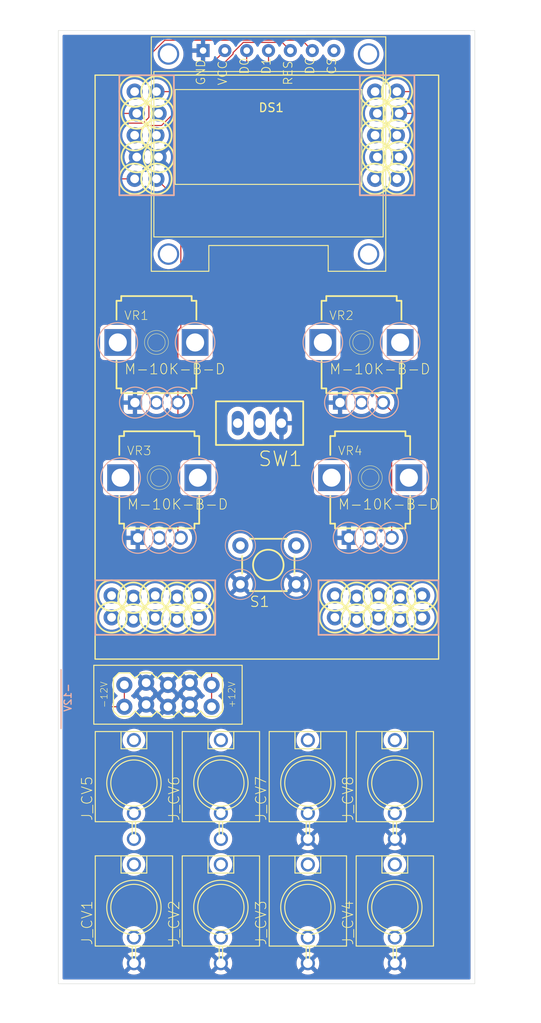
<source format=kicad_pcb>
(kicad_pcb (version 20241229) (generator "pcbnew") (generator_version "9.0")
  (title_block (title "2CQ") (date "2025-01-24") (rev "v01") (comment 1 "https://opensource.org/license/mit") (comment 2 "MIT License") (comment 3 "Author: Michael Jones"))
  (layers (0 "F.Cu" signal "Front") (2 "B.Cu" signal "Back") (13 "F.Paste" user) (15 "B.Paste" user) (5 "F.SilkS" user "F.Silkscreen") (7 "B.SilkS" user "B.Silkscreen") (1 "F.Mask" user) (3 "B.Mask" user) (25 "Edge.Cuts" user))
  (net 0 "")
  (net 1 "/SIG_UART_RX")
  (net 2 "GND")
  (net 3 "/SIG_UART_TX")
  (net 4 "/SIG_SPI_SCK")
  (net 5 "+3V3")
  (net 6 "/SIG_SPI_MOSI")
  (net 8 "+12V")
  (net 9 "-12V")
  (net 11 "/SIG_CV1")
  (net 12 "/SIG_CV2")
  (net 15 "/SIG_CVOUT_1")
  (net 17 "/SIG_CVOUT_2")
  (net 18 "/SIG_GATE_IN_1")
  (net 20 "/SIG_SPI_NSS")
  (net 22 "/SIG_GATE_IN_2")
  (net 23 "/SD_D3")
  (net 25 "/SIG_GATE_OUT_1")
  (net 26 "/SIG_GATE_OUT_2")
  (net 28 "/SIG_SW_1")
  (net 29 "/SIG_SW_2")
  (net 32 "/SIG_KNOB3")
  (net 34 "+5V")
  (net 36 "/SD_D1")
  (net 37 "/SD_CMD")
  (net 38 "/SIG_SPI_MISO")
  (net 40 "/SIG_CV4")
  (net 41 "/SIG_CV3")
  (net 42 "/SIG_KNOB1")
  (net 43 "/SIG_KNOB2")
  (net 44 "/SIG_KNOB4")
  (net 46 "/SD_D2")
  (net 47 "/SD_CK")
  (net 49 "/SD_D0")
  (footprint "ES_Daisy_Patch_SM_FB_Rev1:TOGGLE_ON-ON" (layer "F.Cu") (at 97.028 90.17 180)
    (property "Reference" "SW1" (at -5.08 -3.175 0) (layer "F.SilkS") (effects (font (size 1.6891 1.6891) (thickness 0.135128)) (justify right top)))
    (property "Value" "TOGGLE_ON-ON")
    (pad "1" thru_hole oval (at -2.54 0 270) (size 2.8448 1.4224) (drill 1.1) (layers "*.Cu" "*.Mask") (net 2 "GND"))
    (pad "2" thru_hole oval (at 0 0 270) (size 2.8448 1.4224) (drill 1.1) (layers "*.Cu" "*.Mask") (net 29 "/SIG_SW_2"))
    (pad "3" thru_hole oval (at 2.54 0 270) (size 2.8448 1.4224) (drill 1.1) (layers "*.Cu" "*.Mask"))
  )
  (footprint "ES_Daisy_Patch_SM_FB_Rev1:9MM_SNAP-IN_POT_SILK" (layer "F.Cu") (at 85.344 96.52)
    (property "Reference" "VR3" (at -3.81 -2.54 0) (layer "F.SilkS") (effects (font (size 1.01346 1.01346) (thickness 0.081076)) (justify left bottom)))
    (property "Value" "M-10K-B-D" (at -3.81 3.81 0) (layer "F.SilkS") (effects (font (size 1.2065 1.2065) (thickness 0.09652)) (justify left bottom)))
    (pad "1" thru_hole rect (at -2.5 7 270) (size 1.65 1.65) (drill 1.1) (layers "*.Cu" "*.Mask") (net 2 "GND"))
    (pad "2" thru_hole circle (at 0 7 270) (size 1.65 1.65) (drill 1.1) (layers "*.Cu" "*.Mask") (net 32 "/SIG_KNOB3"))
    (pad "3" thru_hole circle (at 2.5 7 270) (size 1.65 1.65) (drill 1.1) (layers "*.Cu" "*.Mask") (net 34 "+5V"))
    (pad "CHASSIS1" thru_hole rect (at -4.5 0 270) (size 3.116 3.116) (drill 2.1) (layers "*.Cu" "*.Mask"))
    (pad "CHASSIS2" thru_hole rect (at 4.5 0 270) (size 3.116 3.116) (drill 2.1) (layers "*.Cu" "*.Mask"))
  )
  (footprint "ES_Daisy_Patch_SM_FB_Rev1:TL1105SPF250Q_SILK" (layer "F.Cu") (at 98.044 106.68)
    (property "Reference" "S1" (at -2.24 4.99 180) (layer "F.SilkS") (effects (font (size 1.2065 1.2065) (thickness 0.12065)) (justify left bottom)))
    (property "Value" "TAC_SWITCH_PTH" (hide yes))
    (pad "1" thru_hole circle (at -3.2512 -2.2606) (size 1.8796 1.8796) (drill 1.016) (layers "*.Cu" "*.Mask") (net 28 "/SIG_SW_1"))
    (pad "2" thru_hole circle (at 3.2512 -2.2606) (size 1.8796 1.8796) (drill 1.016) (layers "*.Cu" "*.Mask") (net 28 "/SIG_SW_1"))
    (pad "3" thru_hole circle (at -3.2512 2.2606) (size 1.8796 1.8796) (drill 1.016) (layers "*.Cu" "*.Mask") (net 2 "GND"))
    (pad "4" thru_hole circle (at 3.2512 2.2606) (size 1.8796 1.8796) (drill 1.016) (layers "*.Cu" "*.Mask") (net 2 "GND"))
  )
  (footprint "ES_Daisy_Patch_SM_FB_Rev1:ES_DAISY_PATCH_SM_REV1" (layer "F.Cu") (at 97.875 83.642 -90)
    (property "Reference" "U1" (hide yes))
    (property "Value" "ES_DAISY_PATCH_SM_REV1" (hide yes))
    (pad "A1" thru_hole circle (at -32.08 15.397 180) (size 1.8796 1.8796) (drill 1.016) (layers "*.Cu" "*.Mask") (net 9 "-12V"))
    (pad "A2" thru_hole circle (at -29.54 15.143 180) (size 1.8796 1.8796) (drill 1.016) (layers "*.Cu" "*.Mask") (net 1 "/SIG_UART_RX"))
    (pad "A3" thru_hole circle (at -27 15.397 180) (size 1.8796 1.8796) (drill 1.016) (layers "*.Cu" "*.Mask") (net 3 "/SIG_UART_TX"))
    (pad "A4" thru_hole circle (at -24.46 15.143 180) (size 1.8796 1.8796) (drill 1.016) (layers "*.Cu" "*.Mask") (net 2 "GND"))
    (pad "A5" thru_hole circle (at -21.92 15.397 180) (size 1.8796 1.8796) (drill 1.016) (layers "*.Cu" "*.Mask") (net 8 "+12V"))
    (pad "A6" thru_hole circle (at -21.92 12.857 180) (size 1.8796 1.8796) (drill 1.016) (layers "*.Cu" "*.Mask") (net 34 "+5V"))
    (pad "A7" thru_hole circle (at -24.46 12.603 180) (size 1.8796 1.8796) (drill 1.016) (layers "*.Cu" "*.Mask") (net 2 "GND"))
    (pad "A8" thru_hole circle (at -27 12.857 180) (size 1.8796 1.8796) (drill 1.016) (layers "*.Cu" "*.Mask"))
    (pad "A9" thru_hole circle (at -29.54 12.603 180) (size 1.8796 1.8796) (drill 1.016) (layers "*.Cu" "*.Mask"))
    (pad "A10" thru_hole circle (at -32.08 12.857 180) (size 1.8796 1.8796) (drill 1.016) (layers "*.Cu" "*.Mask") (net 5 "+3V3"))
    (pad "B1" thru_hole circle (at 29.143 18.08 90) (size 1.8796 1.8796) (drill 1.016) (layers "*.Cu" "*.Mask"))
    (pad "B2" thru_hole circle (at 29.397 15.54 90) (size 1.8796 1.8796) (drill 1.016) (layers "*.Cu" "*.Mask"))
    (pad "B3" thru_hole circle (at 29.143 13 90) (size 1.8796 1.8796) (drill 1.016) (layers "*.Cu" "*.Mask"))
    (pad "B4" thru_hole circle (at 29.397 10.46 90) (size 1.8796 1.8796) (drill 1.016) (layers "*.Cu" "*.Mask"))
    (pad "B5" thru_hole circle (at 29.143 7.92 90) (size 1.8796 1.8796) (drill 1.016) (layers "*.Cu" "*.Mask") (net 25 "/SIG_GATE_OUT_1"))
    (pad "B6" thru_hole circle (at 26.603 7.92 90) (size 1.8796 1.8796) (drill 1.016) (layers "*.Cu" "*.Mask") (net 26 "/SIG_GATE_OUT_2"))
    (pad "B7" thru_hole circle (at 26.857 10.46 90) (size 1.8796 1.8796) (drill 1.016) (layers "*.Cu" "*.Mask") (net 28 "/SIG_SW_1"))
    (pad "B8" thru_hole circle (at 26.603 13 90) (size 1.8796 1.8796) (drill 1.016) (layers "*.Cu" "*.Mask") (net 29 "/SIG_SW_2"))
    (pad "B9" thru_hole circle (at 26.857 15.54 90) (size 1.8796 1.8796) (drill 1.016) (layers "*.Cu" "*.Mask") (net 22 "/SIG_GATE_IN_2"))
    (pad "B10" thru_hole circle (at 26.603 18.08 90) (size 1.8796 1.8796) (drill 1.016) (layers "*.Cu" "*.Mask") (net 18 "/SIG_GATE_IN_1"))
    (pad "C1" thru_hole circle (at 29.143 -7.92 90) (size 1.8796 1.8796) (drill 1.016) (layers "*.Cu" "*.Mask") (net 17 "/SIG_CVOUT_2"))
    (pad "C2" thru_hole circle (at 29.397 -10.46 90) (size 1.8796 1.8796) (drill 1.016) (layers "*.Cu" "*.Mask") (net 44 "/SIG_KNOB4"))
    (pad "C3" thru_hole circle (at 29.143 -13 90) (size 1.8796 1.8796) (drill 1.016) (layers "*.Cu" "*.Mask") (net 32 "/SIG_KNOB3"))
    (pad "C4" thru_hole circle (at 29.397 -15.54 90) (size 1.8796 1.8796) (drill 1.016) (layers "*.Cu" "*.Mask") (net 43 "/SIG_KNOB2"))
    (pad "C5" thru_hole circle (at 29.143 -18.08 90) (size 1.8796 1.8796) (drill 1.016) (layers "*.Cu" "*.Mask") (net 42 "/SIG_KNOB1"))
    (pad "C6" thru_hole circle (at 26.603 -18.08 90) (size 1.8796 1.8796) (drill 1.016) (layers "*.Cu" "*.Mask") (net 11 "/SIG_CV1"))
    (pad "C7" thru_hole circle (at 26.857 -15.54 90) (size 1.8796 1.8796) (drill 1.016) (layers "*.Cu" "*.Mask") (net 12 "/SIG_CV2"))
    (pad "C8" thru_hole circle (at 26.603 -13 90) (size 1.8796 1.8796) (drill 1.016) (layers "*.Cu" "*.Mask") (net 41 "/SIG_CV3"))
    (pad "C9" thru_hole circle (at 26.857 -10.46 90) (size 1.8796 1.8796) (drill 1.016) (layers "*.Cu" "*.Mask") (net 40 "/SIG_CV4"))
    (pad "C10" thru_hole circle (at 26.603 -7.92 90) (size 1.8796 1.8796) (drill 1.016) (layers "*.Cu" "*.Mask") (net 15 "/SIG_CVOUT_1"))
    (pad "D1" thru_hole circle (at -32.08 -12.603 180) (size 1.8796 1.8796) (drill 1.016) (layers "*.Cu" "*.Mask") (net 20 "/SIG_SPI_NSS"))
    (pad "D2" thru_hole circle (at -29.54 -12.857 180) (size 1.8796 1.8796) (drill 1.016) (layers "*.Cu" "*.Mask") (net 23 "/SD_D3"))
    (pad "D3" thru_hole circle (at -27 -12.603 180) (size 1.8796 1.8796) (drill 1.016) (layers "*.Cu" "*.Mask") (net 46 "/SD_D2"))
    (pad "D4" thru_hole circle (at -24.46 -12.857 180) (size 1.8796 1.8796) (drill 1.016) (layers "*.Cu" "*.Mask") (net 36 "/SD_D1"))
    (pad "D5" thru_hole circle (at -21.92 -12.603 180) (size 1.8796 1.8796) (drill 1.016) (layers "*.Cu" "*.Mask") (net 49 "/SD_D0"))
    (pad "D6" thru_hole circle (at -21.92 -15.143 180) (size 1.8796 1.8796) (drill 1.016) (layers "*.Cu" "*.Mask") (net 47 "/SD_CK"))
    (pad "D7" thru_hole circle (at -24.46 -15.397 180) (size 1.8796 1.8796) (drill 1.016) (layers "*.Cu" "*.Mask") (net 37 "/SD_CMD"))
    (pad "D8" thru_hole circle (at -27 -15.143 180) (size 1.8796 1.8796) (drill 1.016) (layers "*.Cu" "*.Mask") (net 38 "/SIG_SPI_MISO"))
    (pad "D9" thru_hole circle (at -29.54 -15.397 180) (size 1.8796 1.8796) (drill 1.016) (layers "*.Cu" "*.Mask") (net 6 "/SIG_SPI_MOSI"))
    (pad "D10" thru_hole circle (at -32.08 -15.143 180) (size 1.8796 1.8796) (drill 1.016) (layers "*.Cu" "*.Mask") (net 4 "/SIG_SPI_SCK"))
  )
  (footprint "ES_Daisy_Patch_SM_FB_Rev1:9MM_SNAP-IN_POT_SILK" (layer "F.Cu") (at 85.018 80.772)
    (property "Reference" "VR1" (at -3.81 -2.54 0) (layer "F.SilkS") (effects (font (size 1.01346 1.01346) (thickness 0.081076)) (justify left bottom)))
    (property "Value" "M-10K-B-D" (at -3.81 3.81 0) (layer "F.SilkS") (effects (font (size 1.2065 1.2065) (thickness 0.09652)) (justify left bottom)))
    (pad "1" thru_hole rect (at -2.5 7 270) (size 1.65 1.65) (drill 1.1) (layers "*.Cu" "*.Mask") (net 2 "GND"))
    (pad "2" thru_hole circle (at 0 7 270) (size 1.65 1.65) (drill 1.1) (layers "*.Cu" "*.Mask") (net 42 "/SIG_KNOB1"))
    (pad "3" thru_hole circle (at 2.5 7 270) (size 1.65 1.65) (drill 1.1) (layers "*.Cu" "*.Mask") (net 34 "+5V"))
    (pad "CHASSIS1" thru_hole rect (at -4.5 0 270) (size 3.116 3.116) (drill 2.1) (layers "*.Cu" "*.Mask"))
    (pad "CHASSIS2" thru_hole rect (at 4.5 0 270) (size 3.116 3.116) (drill 2.1) (layers "*.Cu" "*.Mask"))
  )
  (footprint "ES_Daisy_Patch_SM_FB_Rev1:S_JACK" (layer "F.Cu") (at 92.522 132.08)
    (property "Reference" "J_CV6" (at -4.7498 4.4704 90) (layer "F.SilkS") (effects (font (size 1.2065 1.2065) (thickness 0.09652)) (justify left bottom)))
    (property "Value" "EURO_JACK" (hide yes))
    (pad "GND" thru_hole circle (at 0 6.5) (size 1.65 1.65) (drill 1.1) (layers "*.Cu" "*.Mask") (net 23 "/SD_D3"))
    (pad "NORM" thru_hole circle (at 0 3.5) (size 1.65 1.65) (drill 1.1) (layers "*.Cu" "*.Mask"))
    (pad "TIP" thru_hole circle (at 0 -5) (size 1.65 1.65) (drill 1.1) (layers "*.Cu" "*.Mask") (net 22 "/SIG_GATE_IN_2"))
  )
  (footprint "ES_Daisy_Patch_SM_FB_Rev1:S_JACK" (layer "F.Cu") (at 102.649 146.558)
    (property "Reference" "J_CV3" (at -4.7498 4.4704 90) (layer "F.SilkS") (effects (font (size 1.2065 1.2065) (thickness 0.09652)) (justify left bottom)))
    (property "Value" "EURO_JACK" (hide yes))
    (pad "GND" thru_hole circle (at 0 6.5) (size 1.65 1.65) (drill 1.1) (layers "*.Cu" "*.Mask") (net 2 "GND"))
    (pad "NORM" thru_hole circle (at 0 3.5) (size 1.65 1.65) (drill 1.1) (layers "*.Cu" "*.Mask"))
    (pad "TIP" thru_hole circle (at 0 -5) (size 1.65 1.65) (drill 1.1) (layers "*.Cu" "*.Mask") (net 15 "/SIG_CVOUT_1"))
  )
  (footprint "ES_Daisy_Patch_SM_FB_Rev1:S_JACK" (layer "F.Cu") (at 102.649 132.08)
    (property "Reference" "J_CV7" (at -4.7498 4.4704 90) (layer "F.SilkS") (effects (font (size 1.2065 1.2065) (thickness 0.09652)) (justify left bottom)))
    (property "Value" "EURO_JACK" (hide yes))
    (pad "GND" thru_hole circle (at 0 6.5) (size 1.65 1.65) (drill 1.1) (layers "*.Cu" "*.Mask") (net 2 "GND"))
    (pad "NORM" thru_hole circle (at 0 3.5) (size 1.65 1.65) (drill 1.1) (layers "*.Cu" "*.Mask"))
    (pad "TIP" thru_hole circle (at 0 -5) (size 1.65 1.65) (drill 1.1) (layers "*.Cu" "*.Mask") (net 25 "/SIG_GATE_OUT_1"))
  )
  (footprint "ES_Daisy_Patch_SM_FB_Rev1:S_JACK" (layer "F.Cu") (at 82.395 132.08)
    (property "Reference" "J_CV5" (at -4.7498 4.4704 90) (layer "F.SilkS") (effects (font (size 1.2065 1.2065) (thickness 0.09652)) (justify left bottom)))
    (property "Value" "EURO_JACK" (hide yes))
    (pad "GND" thru_hole circle (at 0 6.5) (size 1.65 1.65) (drill 1.1) (layers "*.Cu" "*.Mask") (net 20 "/SIG_SPI_NSS"))
    (pad "NORM" thru_hole circle (at 0 3.5) (size 1.65 1.65) (drill 1.1) (layers "*.Cu" "*.Mask"))
    (pad "TIP" thru_hole circle (at 0 -5) (size 1.65 1.65) (drill 1.1) (layers "*.Cu" "*.Mask") (net 18 "/SIG_GATE_IN_1"))
  )
  (footprint "ES_Daisy_Patch_SM_FB_Rev1:9MM_SNAP-IN_POT_SILK" (layer "F.Cu") (at 109.91 96.52)
    (property "Reference" "VR4" (at -3.81 -2.54 0) (layer "F.SilkS") (effects (font (size 1.01346 1.01346) (thickness 0.081076)) (justify left bottom)))
    (property "Value" "M-10K-B-D" (at -3.81 3.81 0) (layer "F.SilkS") (effects (font (size 1.2065 1.2065) (thickness 0.09652)) (justify left bottom)))
    (pad "1" thru_hole rect (at -2.5 7 270) (size 1.65 1.65) (drill 1.1) (layers "*.Cu" "*.Mask") (net 2 "GND"))
    (pad "2" thru_hole circle (at 0 7 270) (size 1.65 1.65) (drill 1.1) (layers "*.Cu" "*.Mask") (net 44 "/SIG_KNOB4"))
    (pad "3" thru_hole circle (at 2.5 7 270) (size 1.65 1.65) (drill 1.1) (layers "*.Cu" "*.Mask") (net 34 "+5V"))
    (pad "CHASSIS1" thru_hole rect (at -4.5 0 270) (size 3.116 3.116) (drill 2.1) (layers "*.Cu" "*.Mask"))
    (pad "CHASSIS2" thru_hole rect (at 4.5 0 270) (size 3.116 3.116) (drill 2.1) (layers "*.Cu" "*.Mask"))
  )
  (footprint "ES_Daisy_Patch_SM_FB_Rev1:S_JACK" (layer "F.Cu") (at 82.395 146.558)
    (property "Reference" "J_CV1" (at -4.7498 4.4704 90) (layer "F.SilkS") (effects (font (size 1.2065 1.2065) (thickness 0.09652)) (justify left bottom)))
    (property "Value" "EURO_JACK" (hide yes))
    (pad "GND" thru_hole circle (at 0 6.5) (size 1.65 1.65) (drill 1.1) (layers "*.Cu" "*.Mask") (net 2 "GND"))
    (pad "NORM" thru_hole circle (at 0 3.5) (size 1.65 1.65) (drill 1.1) (layers "*.Cu" "*.Mask"))
    (pad "TIP" thru_hole circle (at 0 -5) (size 1.65 1.65) (drill 1.1) (layers "*.Cu" "*.Mask") (net 11 "/SIG_CV1"))
  )
  (footprint "ES_Daisy_Patch_SM_FB_Rev1:S_JACK" (layer "F.Cu") (at 112.776 146.558)
    (property "Reference" "J_CV4" (at -4.7498 4.4704 90) (layer "F.SilkS") (effects (font (size 1.2065 1.2065) (thickness 0.09652)) (justify left bottom)))
    (property "Value" "EURO_JACK" (hide yes))
    (pad "GND" thru_hole circle (at 0 6.5) (size 1.65 1.65) (drill 1.1) (layers "*.Cu" "*.Mask") (net 2 "GND"))
    (pad "NORM" thru_hole circle (at 0 3.5) (size 1.65 1.65) (drill 1.1) (layers "*.Cu" "*.Mask"))
    (pad "TIP" thru_hole circle (at 0 -5) (size 1.65 1.65) (drill 1.1) (layers "*.Cu" "*.Mask") (net 17 "/SIG_CVOUT_2"))
  )
  (footprint "ES_Daisy_Patch_SM_FB_Rev1:EURORACK_POWER_SHROUD_LOCK" (layer "F.Cu") (at 86.36 121.793 180)
    (property "Reference" "EP1" (hide yes))
    (property "Value" "EURORACK_POWERHEADER" (hide yes))
    (fp_text user "-12V" (at 6.985 0 90) (layer "F.SilkS") (effects (font (size 0.77216 0.77216) (thickness 0.065024)) (justify bottom)))
    (fp_text user "+12V" (at -6.985 0 90) (layer "F.SilkS") (effects (font (size 0.77216 0.77216) (thickness 0.065024)) (justify top)))
    (pad "+12V0" thru_hole circle (at -5.08 -1.397 180) (size 1.8796 1.8796) (drill 1.016) (layers "*.Cu" "*.Mask") (net 8 "+12V"))
    (pad "+12V1" thru_hole circle (at -5.08 1.143 180) (size 1.8796 1.8796) (drill 1.016) (layers "*.Cu" "*.Mask") (net 8 "+12V"))
    (pad "-12V0" thru_hole circle (at 5.08 -1.397 180) (size 1.8796 1.8796) (drill 1.016) (layers "*.Cu" "*.Mask") (net 9 "-12V"))
    (pad "-12V1" thru_hole circle (at 5.08 1.143 180) (size 1.8796 1.8796) (drill 1.016) (layers "*.Cu" "*.Mask") (net 9 "-12V"))
    (pad "GND0" thru_hole circle (at -2.54 -1.143 180) (size 1.8796 1.8796) (drill 1.016) (layers "*.Cu" "*.Mask") (net 2 "GND"))
    (pad "GND1" thru_hole circle (at 0 -1.397 180) (size 1.8796 1.8796) (drill 1.016) (layers "*.Cu" "*.Mask") (net 2 "GND"))
    (pad "GND2" thru_hole circle (at 2.54 -1.143 180) (size 1.8796 1.8796) (drill 1.016) (layers "*.Cu" "*.Mask") (net 2 "GND"))
    (pad "GND3" thru_hole circle (at -2.54 1.397 180) (size 1.8796 1.8796) (drill 1.016) (layers "*.Cu" "*.Mask") (net 2 "GND"))
    (pad "GND4" thru_hole circle (at 0 1.143 180) (size 1.8796 1.8796) (drill 1.016) (layers "*.Cu" "*.Mask") (net 2 "GND"))
    (pad "GND5" thru_hole circle (at 2.54 1.397 180) (size 1.8796 1.8796) (drill 1.016) (layers "*.Cu" "*.Mask") (net 2 "GND"))
  )
  (footprint "2CQ:128x64_0.96_Disp_Module" (layer "F.Cu") (at 84.417 72.483)
    (property "Reference" "DS1" (at 13.97 -19.05 0) (layer "F.SilkS"))
    (property "Value" "SSD1306_96_128_64_7P")
    (fp_text user "DC" (at 19.05 -22.86 90) (layer "F.SilkS") (effects (font (thickness 0.1)) (justify left bottom)))
    (fp_text user "D1" (at 13.97 -22.86 90) (layer "F.SilkS") (effects (font (thickness 0.1)) (justify left bottom)))
    (fp_text user "GND" (at 6.35 -21.59 90) (layer "F.SilkS") (effects (font (thickness 0.1)) (justify left bottom)))
    (fp_text user "VCC" (at 8.89 -21.59 90) (layer "F.SilkS") (effects (font (thickness 0.1)) (justify left bottom)))
    (fp_text user "D0" (at 11.43 -22.86 90) (layer "F.SilkS") (effects (font (thickness 0.1)) (justify left bottom)))
    (fp_text user "RES" (at 16.51 -21.59 90) (layer "F.SilkS") (effects (font (thickness 0.1)) (justify left bottom)))
    (fp_text user "CS" (at 21.59 -22.86 90) (layer "F.SilkS") (effects (font (thickness 0.1)) (justify left bottom)))
    (pad "" np_thru_hole circle (at 2 -25.3) (size 2.5 2.5) (drill 2) (layers "*.Cu" "*.Mask"))
    (pad "" np_thru_hole circle (at 2 -2) (size 2.5 2.5) (drill 2) (layers "*.Cu" "*.Mask"))
    (pad "" np_thru_hole circle (at 25.3 -25.3) (size 2.5 2.5) (drill 2) (layers "*.Cu" "*.Mask"))
    (pad "" np_thru_hole circle (at 25.3 -2) (size 2.5 2.5) (drill 2) (layers "*.Cu" "*.Mask"))
    (pad "1" thru_hole rect (at 6.03 -25.7) (size 1.524 1.524) (drill 0.762) (layers "*.Cu" "*.Mask") (net 2 "GND"))
    (pad "2" thru_hole circle (at 8.57 -25.7) (size 1.524 1.524) (drill 0.762) (layers "*.Cu" "*.Mask") (net 5 "+3V3"))
    (pad "3" thru_hole circle (at 11.11 -25.7) (size 1.524 1.524) (drill 0.762) (layers "*.Cu" "*.Mask") (net 4 "/SIG_SPI_SCK"))
    (pad "4" thru_hole circle (at 13.65 -25.7) (size 1.524 1.524) (drill 0.762) (layers "*.Cu" "*.Mask") (net 6 "/SIG_SPI_MOSI"))
    (pad "5" thru_hole circle (at 16.19 -25.7) (size 1.524 1.524) (drill 0.762) (layers "*.Cu" "*.Mask") (net 3 "/SIG_UART_TX"))
    (pad "6" thru_hole circle (at 18.75 -25.7) (size 1.524 1.524) (drill 0.762) (layers "*.Cu" "*.Mask") (net 1 "/SIG_UART_RX"))
    (pad "7" thru_hole circle (at 21.27 -25.7) (size 1.524 1.524) (drill 0.762) (layers "*.Cu" "*.Mask"))
  )
  (footprint "ES_Daisy_Patch_SM_FB_Rev1:S_JACK" (layer "F.Cu") (at 92.522 146.558)
    (property "Reference" "J_CV2" (at -4.7498 4.4704 90) (layer "F.SilkS") (effects (font (size 1.2065 1.2065) (thickness 0.09652)) (justify left bottom)))
    (property "Value" "EURO_JACK" (hide yes))
    (pad "GND" thru_hole circle (at 0 6.5) (size 1.65 1.65) (drill 1.1) (layers "*.Cu" "*.Mask") (net 2 "GND"))
    (pad "NORM" thru_hole circle (at 0 3.5) (size 1.65 1.65) (drill 1.1) (layers "*.Cu" "*.Mask"))
    (pad "TIP" thru_hole circle (at 0 -5) (size 1.65 1.65) (drill 1.1) (layers "*.Cu" "*.Mask") (net 12 "/SIG_CV2"))
  )
  (footprint "ES_Daisy_Patch_SM_FB_Rev1:S_JACK" (layer "F.Cu") (at 112.776 132.08)
    (property "Reference" "J_CV8" (at -4.7498 4.4704 90) (layer "F.SilkS") (effects (font (size 1.2065 1.2065) (thickness 0.09652)) (justify left bottom)))
    (property "Value" "EURO_JACK" (hide yes))
    (pad "GND" thru_hole circle (at 0 6.5) (size 1.65 1.65) (drill 1.1) (layers "*.Cu" "*.Mask") (net 2 "GND"))
    (pad "NORM" thru_hole circle (at 0 3.5) (size 1.65 1.65) (drill 1.1) (layers "*.Cu" "*.Mask"))
    (pad "TIP" thru_hole circle (at 0 -5) (size 1.65 1.65) (drill 1.1) (layers "*.Cu" "*.Mask") (net 26 "/SIG_GATE_OUT_2"))
  )
  (footprint "ES_Daisy_Patch_SM_FB_Rev1:9MM_SNAP-IN_POT_SILK" (layer "F.Cu") (at 108.894 80.772)
    (property "Reference" "VR2" (at -3.81 -2.54 0) (layer "F.SilkS") (effects (font (size 1.01346 1.01346) (thickness 0.081076)) (justify left bottom)))
    (property "Value" "M-10K-B-D" (at -3.81 3.81 0) (layer "F.SilkS") (effects (font (size 1.2065 1.2065) (thickness 0.09652)) (justify left bottom)))
    (pad "1" thru_hole rect (at -2.5 7 270) (size 1.65 1.65) (drill 1.1) (layers "*.Cu" "*.Mask") (net 2 "GND"))
    (pad "2" thru_hole circle (at 0 7 270) (size 1.65 1.65) (drill 1.1) (layers "*.Cu" "*.Mask") (net 43 "/SIG_KNOB2"))
    (pad "3" thru_hole circle (at 2.5 7 270) (size 1.65 1.65) (drill 1.1) (layers "*.Cu" "*.Mask") (net 34 "+5V"))
    (pad "CHASSIS1" thru_hole rect (at -4.5 0 270) (size 3.116 3.116) (drill 2.1) (layers "*.Cu" "*.Mask"))
    (pad "CHASSIS2" thru_hole rect (at 4.5 0 270) (size 3.116 3.116) (drill 2.1) (layers "*.Cu" "*.Mask"))
  )
  (gr_line (start 73.914 118.872) (end 73.914 125.73) (stroke (width 0.1524)) (layer "B.SilkS"))
  (gr_line (start 73.588 155.448) (end 122.088 155.448) (stroke (width 0.05)) (layer "Edge.Cuts"))
  (gr_line (start 122.088 155.448) (end 122.088 44.448) (stroke (width 0.05)) (layer "Edge.Cuts"))
  (gr_line (start 73.588 155.448) (end 73.588 44.448) (stroke (width 0.05)) (layer "Edge.Cuts"))
  (gr_line (start 73.588 44.448) (end 122.088 44.448) (stroke (width 0.05)) (layer "Edge.Cuts"))
  (gr_text "-12V" (at 75.184 120.396 90) (layer "B.SilkS") (effects (font (size 0.8128 0.8128) (thickness 0.1524) (bold yes)) (justify left bottom mirror)))
  (segment (start 103.167 46.783) (end 101.958501 45.574501) (width 0.127) (layer "F.Cu") (net 1))
  (segment (start 80.2 54.1) (end 80.202 54.102) (width 0.127) (layer "F.Cu") (net 1))
  (segment (start 80.15 54.1) (end 80.2 54.1) (width 0.127) (layer "F.Cu") (net 1))
  (segment (start 101.958501 45.574501) (end 85.98691 45.574501) (width 0.127) (layer "F.Cu") (net 1))
  (segment (start 80.15 51.411411) (end 80.15 54.1) (width 0.127) (layer "F.Cu") (net 1))
  (segment (start 85.98691 45.574501) (end 80.15 51.411411) (width 0.127) (layer "F.Cu") (net 1))
  (segment (start 80.202 54.102) (end 82.732 54.102) (width 0.127) (layer "F.Cu") (net 1))
  (segment (start 99.6535 45.8295) (end 95.132047 45.8295) (width 0.127) (layer "F.Cu") (net 3))
  (segment (start 85.607753 55.5107) (end 83.6093 55.5107) (width 0.127) (layer "F.Cu") (net 3))
  (segment (start 95.132047 45.8295) (end 93.9405 47.021047) (width 0.127) (layer "F.Cu") (net 3))
  (segment (start 100.607 46.783) (end 99.6535 45.8295) (width 0.127) (layer "F.Cu") (net 3))
  (segment (start 93.9405 47.177953) (end 85.607753 55.5107) (width 0.127) (layer "F.Cu") (net 3))
  (segment (start 93.9405 47.021047) (end 93.9405 47.177953) (width 0.127) (layer "F.Cu") (net 3))
  (segment (start 83.6093 55.5107) (end 82.478 56.642) (width 0.127) (layer "F.Cu") (net 3))
  (segment (start 109.7 63.95) (end 116.45 63.95) (width 0.127) (layer "F.Cu") (net 4))
  (segment (start 95.527 46.783) (end 95.527 49.777) (width 0.127) (layer "F.Cu") (net 4))
  (segment (start 116.412 51.562) (end 113.018 51.562) (width 0.127) (layer "F.Cu") (net 4))
  (segment (start 116.45 51.6) (end 116.412 51.562) (width 0.127) (layer "F.Cu") (net 4))
  (segment (start 95.527 49.777) (end 109.7 63.95) (width 0.127) (layer "F.Cu") (net 4))
  (segment (start 116.45 63.95) (end 116.45 51.6) (width 0.127) (layer "F.Cu") (net 4))
  (segment (start 92.987 46.783) (end 88.208 51.562) (width 0.127) (layer "F.Cu") (net 5))
  (segment (start 88.208 51.562) (end 85.018 51.562) (width 0.127) (layer "F.Cu") (net 5))
  (segment (start 98.067 51.933) (end 98.055312 51.944688) (width 0.127) (layer "F.Cu") (net 6))
  (segment (start 116.05 54.1) (end 116.048 54.102) (width 0.127) (layer "F.Cu") (net 6))
  (segment (start 109.760624 63.65) (end 116.195 63.65) (width 0.127) (layer "F.Cu") (net 6))
  (segment (start 98.067 46.783) (end 98.067 51.933) (width 0.127) (layer "F.Cu") (net 6))
  (segment (start 116.048 54.102) (end 113.272 54.102) (width 0.127) (layer "F.Cu") (net 6))
  (segment (start 116.195 54.1) (end 116.05 54.1) (width 0.127) (layer "F.Cu") (net 6))
  (segment (start 116.195 63.65) (end 116.195 54.1) (width 0.127) (layer "F.Cu") (net 6))
  (segment (start 98.055312 51.944688) (end 109.760624 63.65) (width 0.127) (layer "F.Cu") (net 6))
  (segment (start 77.35 63.9) (end 79.528 61.722) (width 0.127) (layer "F.Cu") (net 8))
  (segment (start 79.528 61.722) (end 82.478 61.722) (width 0.127) (layer "F.Cu") (net 8))
  (segment (start 77.4 118.35) (end 77.35 118.3) (width 0.127) (layer "F.Cu") (net 8))
  (segment (start 77.35 118.3) (end 77.35 63.9) (width 0.127) (layer "F.Cu") (net 8))
  (segment (start 91.44 123.19) (end 91.44 120.65) (width 0.127) (layer "F.Cu") (net 8))
  (segment (start 91.44 120.65) (end 91.44 118.41) (width 0.127) (layer "F.Cu") (net 8))
  (segment (start 91.44 118.41) (end 91.5 118.35) (width 0.127) (layer "F.Cu") (net 8))
  (segment (start 91.5 118.35) (end 77.4 118.35) (width 0.127) (layer "F.Cu") (net 8))
  (segment (start 77.3667 55.2333) (end 83.478 55.2333) (width 0.127) (layer "F.Cu") (net 9))
  (segment (start 81.28 123.19) (end 76.89 123.19) (width 0.127) (layer "F.Cu") (net 9))
  (segment (start 81.28 120.65) (end 81.28 123.19) (width 0.127) (layer "F.Cu") (net 9))
  (segment (start 76.8 55.8) (end 77.3667 55.2333) (width 0.127) (layer "F.Cu") (net 9))
  (segment (start 76.89 123.19) (end 76.8 123.1) (width 0.127) (layer "F.Cu") (net 9))
  (segment (start 84.1407 54.5706) (end 84.1407 53.2247) (width 0.127) (layer "F.Cu") (net 9))
  (segment (start 84.1407 53.2247) (end 82.478 51.562) (width 0.127) (layer "F.Cu") (net 9))
  (segment (start 76.8 123.1) (end 76.8 55.8) (width 0.127) (layer "F.Cu") (net 9))
  (segment (start 83.478 55.2333) (end 84.1407 54.5706) (width 0.127) (layer "F.Cu") (net 9))
  (segment (start 87.518 79.363) (end 87.518 87.772) (width 0.127) (layer "F.Cu") (net 34))
  (segment (start 87.8585 79.0225) (end 87.518 79.363) (width 0.127) (layer "F.Cu") (net 34))
  (segment (start 87.518 87.772) (end 87.518 103.194) (width 0.127) (layer "F.Cu") (net 34))
  (segment (start 87.518 103.194) (end 87.844 103.52) (width 0.127) (layer "F.Cu") (net 34))
  (segment (start 87.518 87.772) (end 88.5345 86.7555) (width 0.127) (layer "F.Cu") (net 34))
  (segment (start 112.41 88.788) (end 112.41 103.52) (width 0.127) (layer "F.Cu") (net 34))
  (segment (start 111.394 87.772) (end 112.41 88.788) (width 0.127) (layer "F.Cu") (net 34))
  (segment (start 88.5345 86.7555) (end 110.3775 86.7555) (width 0.127) (layer "F.Cu") (net 34))
  (segment (start 110.3775 86.7555) (end 111.394 87.772) (width 0.127) (layer "F.Cu") (net 34))
  (segment (start 85.018 61.722) (end 87.8585 64.5625) (width 0.127) (layer "F.Cu") (net 34))
  (segment (start 87.8585 64.5625) (end 87.8585 79.0225) (width 0.127) (layer "F.Cu") (net 34))
  (zone (net 2) (net_name "GND") (layers "F.Cu" "B.Cu") (connect_pads (clearance 0.5)) (min_thickness 0.25) (fill yes (thermal_gap 0.5) (thermal_bridge_width 0.5))
    (polygon (pts (xy 66.802 40.894) (xy 128.524 41.148) (xy 129.794 159.258) (xy 67.818 160.02)))
  )
)
</source>
